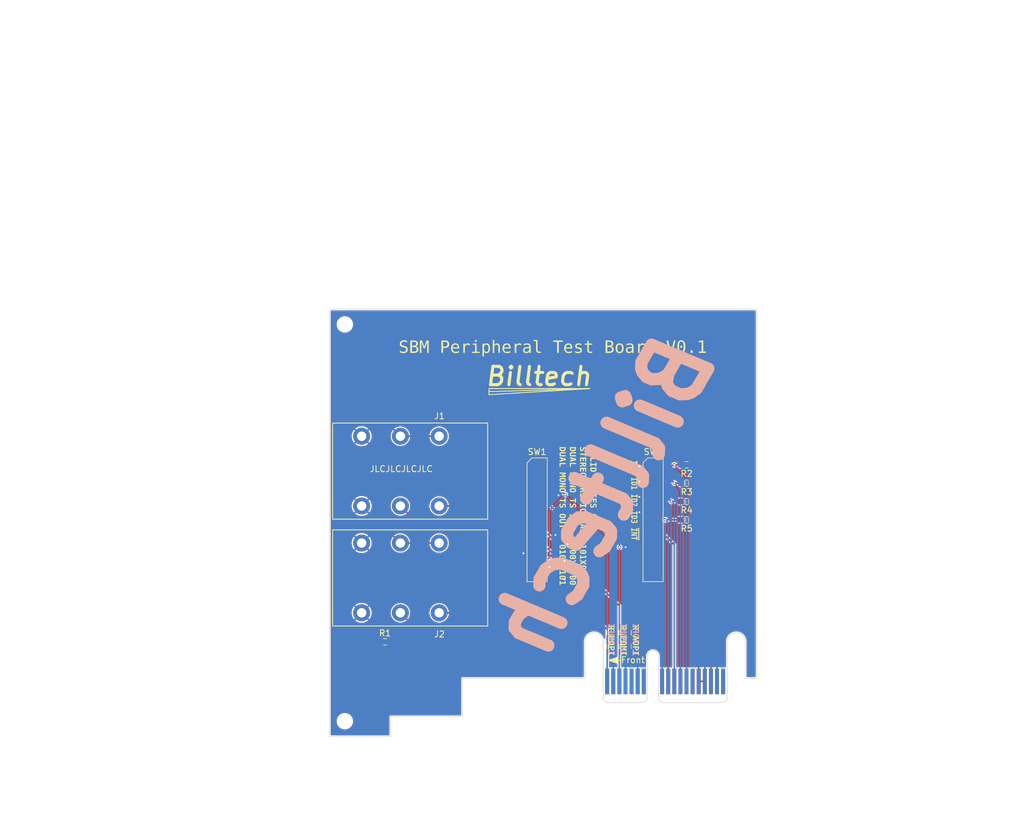
<source format=kicad_pcb>
(kicad_pcb (version 20221018) (generator pcbnew)
  (layers (0 "F.Cu" signal) (31 "B.Cu" signal) (34 "B.Paste" user) (35 "F.Paste" user) (36 "B.SilkS" user "B.Silkscreen") (37 "F.SilkS" user "F.Silkscreen") (38 "B.Mask" user) (39 "F.Mask" user) (44 "Edge.Cuts" user))
  (net 0 "")
  (net 1 "/R1")
  (net 2 "Net-(J1-PadRN)")
  (net 3 "GND")
  (net 4 "/T1")
  (net 5 "/R2")
  (net 6 "/T2")
  (net 11 "/ID0")
  (net 12 "/ID1")
  (net 13 "/ID2")
  (net 14 "/ID3")
  (net 17 "/L_POMI")
  (net 18 "/L_MOPI")
  (net 19 "/R_MOPI")
  (net 20 "/R_POMI")
  (net 25 "/~{INT}")
  (net 28 "/+5V")
  (footprint "silver-box-feetprints:1x8 solder bridge 1x1.5x0.3" (layer "F.Cu") (at 150.5 105 -90)
    (fp_text reference "SW2" (at -11.14 0) (layer "F.SilkS"))
    (fp_text value "SW_DIP_x08")
    (fp_line (start -10.14 -1.65) (end 10.14 -1.65) (stroke (width 0.12)) (layer "F.SilkS"))
    (fp_line (start -10.14 0.85) (end -10.14 -1.65) (stroke (width 0.12)) (layer "F.SilkS"))
    (fp_line (start -9.34 1.65) (end -10.14 0.85) (stroke (width 0.12)) (layer "F.SilkS"))
    (fp_line (start 10.14 -1.65) (end 10.14 1.65) (stroke (width 0.12)) (layer "F.SilkS"))
    (fp_line (start 10.14 1.65) (end -9.34 1.65) (stroke (width 0.12)) (layer "F.SilkS"))
    (pad "1" smd rect (at -8.89 0.65 270) (size 1.5 1) (layers "F.Cu" "F.Paste" "F.Mask") (net 3 "GND"))
    (pad "2" smd rect (at -6.35 0.65 270) (size 1.5 1) (layers "F.Cu" "F.Paste" "F.Mask") (net 3 "GND"))
    (pad "3" smd rect (at -3.81 0.65 270) (size 1.5 1) (layers "F.Cu" "F.Paste" "F.Mask") (net 3 "GND"))
    (pad "4" smd rect (at -1.27 0.65 270) (size 1.5 1) (layers "F.Cu" "F.Paste" "F.Mask") (net 3 "GND"))
    (pad "5" smd rect (at 1.27 0.65 270) (size 1.5 1) (layers "F.Cu" "F.Paste" "F.Mask") (net 3 "GND"))
    (pad "6" smd rect (at 3.81 0.65 270) (size 1.5 1) (layers "F.Cu" "F.Paste" "F.Mask"))
    (pad "7" smd rect (at 6.35 0.65 270) (size 1.5 1) (layers "F.Cu" "F.Paste" "F.Mask"))
    (pad "8" smd rect (at 8.89 0.65 270) (size 1.5 1) (layers "F.Cu" "F.Paste" "F.Mask"))
    (pad "9" smd rect (at 8.89 -0.65 270) (size 1.5 1) (layers "F.Cu" "F.Paste" "F.Mask"))
    (pad "10" smd rect (at 6.35 -0.65 270) (size 1.5 1) (layers "F.Cu" "F.Paste" "F.Mask"))
    (pad "11" smd rect (at 3.81 -0.65 270) (size 1.5 1) (layers "F.Cu" "F.Paste" "F.Mask"))
    (pad "12" smd rect (at 1.27 -0.65 270) (size 1.5 1) (layers "F.Cu" "F.Paste" "F.Mask") (net 25 "/~{INT}"))
    (pad "13" smd rect (at -1.27 -0.65 270) (size 1.5 1) (layers "F.Cu" "F.Paste" "F.Mask") (net 14 "/ID3"))
    (pad "14" smd rect (at -3.81 -0.65 270) (size 1.5 1) (layers "F.Cu" "F.Paste" "F.Mask") (net 13 "/ID2"))
    (pad "15" smd rect (at -6.35 -0.65 270) (size 1.5 1) (layers "F.Cu" "F.Paste" "F.Mask") (net 12 "/ID1"))
    (pad "16" smd rect (at -8.89 -0.65 270) (size 1.5 1) (layers "F.Cu" "F.Paste" "F.Mask") (net 11 "/ID0"))
  )
  (footprint "Resistor_SMD:R_0603_1608Metric_Pad0.98x0.95mm_HandSolder" (layer "F.Cu") (at 156 105 180)
    (fp_text reference "R5" (at 0 -1.43) (layer "F.SilkS"))
    (fp_text value "10k")
    (fp_line (start -0.254724 -0.5225) (end 0.254724 -0.5225) (stroke (width 0.12)) (layer "F.SilkS"))
    (fp_line (start -0.254724 0.5225) (end 0.254724 0.5225) (stroke (width 0.12)) (layer "F.SilkS"))
    (pad "1" smd roundrect (at -0.9125 0 180) (size 0.975 0.95) (layers "F.Cu" "F.Paste" "F.Mask") (net 28 "/+5V"))
    (pad "2" smd roundrect (at 0.9125 0 180) (size 0.975 0.95) (layers "F.Cu" "F.Paste" "F.Mask") (net 14 "/ID3"))
  )
  (footprint "silver-box-feetprints:1x8 solder bridge 1x1.5x0.3" (layer "F.Cu") (at 131.5 105 -90)
    (fp_text reference "SW1" (at -11.14 0) (layer "F.SilkS"))
    (fp_text value "SW_DIP_x08")
    (fp_line (start -10.14 -1.65) (end 10.14 -1.65) (stroke (width 0.12)) (layer "F.SilkS"))
    (fp_line (start -10.14 0.85) (end -10.14 -1.65) (stroke (width 0.12)) (layer "F.SilkS"))
    (fp_line (start -9.34 1.65) (end -10.14 0.85) (stroke (width 0.12)) (layer "F.SilkS"))
    (fp_line (start 10.14 -1.65) (end 10.14 1.65) (stroke (width 0.12)) (layer "F.SilkS"))
    (fp_line (start 10.14 1.65) (end -9.34 1.65) (stroke (width 0.12)) (layer "F.SilkS"))
    (pad "1" smd rect (at -8.89 0.65 270) (size 1.5 1) (layers "F.Cu" "F.Paste" "F.Mask") (net 4 "/T1"))
    (pad "2" smd rect (at -6.35 0.65 270) (size 1.5 1) (layers "F.Cu" "F.Paste" "F.Mask") (net 4 "/T1"))
    (pad "3" smd rect (at -3.81 0.65 270) (size 1.5 1) (layers "F.Cu" "F.Paste" "F.Mask") (net 1 "/R1"))
    (pad "4" smd rect (at -1.27 0.65 270) (size 1.5 1) (layers "F.Cu" "F.Paste" "F.Mask"))
    (pad "5" smd rect (at 1.27 0.65 270) (size 1.5 1) (layers "F.Cu" "F.Paste" "F.Mask") (net 6 "/T2"))
    (pad "6" smd rect (at 3.81 0.65 270) (size 1.5 1) (layers "F.Cu" "F.Paste" "F.Mask") (net 6 "/T2"))
    (pad "7" smd rect (at 6.35 0.65 270) (size 1.5 1) (layers "F.Cu" "F.Paste" "F.Mask") (net 6 "/T2"))
    (pad "8" smd rect (at 8.89 0.65 270) (size 1.5 1) (layers "F.Cu" "F.Paste" "F.Mask") (net 5 "/R2"))
    (pad "9" smd rect (at 8.89 -0.65 270) (size 1.5 1) (layers "F.Cu" "F.Paste" "F.Mask") (net 19 "/R_MOPI"))
    (pad "10" smd rect (at 6.35 -0.65 270) (size 1.5 1) (layers "F.Cu" "F.Paste" "F.Mask") (net 18 "/L_MOPI"))
    (pad "11" smd rect (at 3.81 -0.65 270) (size 1.5 1) (layers "F.Cu" "F.Paste" "F.Mask") (net 19 "/R_MOPI"))
    (pad "12" smd rect (at 1.27 -0.65 270) (size 1.5 1) (layers "F.Cu" "F.Paste" "F.Mask") (net 20 "/R_POMI"))
    (pad "13" smd rect (at -1.27 -0.65 270) (size 1.5 1) (layers "F.Cu" "F.Paste" "F.Mask"))
    (pad "14" smd rect (at -3.81 -0.65 270) (size 1.5 1) (layers "F.Cu" "F.Paste" "F.Mask") (net 20 "/R_POMI"))
    (pad "15" smd rect (at -6.35 -0.65 270) (size 1.5 1) (layers "F.Cu" "F.Paste" "F.Mask") (net 18 "/L_MOPI"))
    (pad "16" smd rect (at -8.89 -0.65 270) (size 1.5 1) (layers "F.Cu" "F.Paste" "F.Mask") (net 17 "/L_POMI"))
  )
  (footprint "silver-box-feetprints:ACJS-MHOM" (layer "F.Cu") (at 98 95.5 180)
    (fp_text reference "J1" (at -17.5 7.5) (layer "F.SilkS"))
    (fp_text value "Amphenol_ACJS-MHOM")
    (fp_rect (start -25.4 -9.398) (end 0 6.35) (stroke (width 0.15)) (fill none) (layer "F.SilkS"))
    (pad "R" thru_hole circle (at -11.0998 -7.239 180) (size 2.794 2.794) (drill 1.5494) (layers "*.Cu" "*.Mask") (net 1 "/R1"))
    (pad "RN" thru_hole circle (at -11.0998 4.191 180) (size 2.794 2.794) (drill 1.5494) (layers "*.Cu" "*.Mask") (net 2 "Net-(J1-PadRN)"))
    (pad "S" thru_hole circle (at -4.7498 -7.239 180) (size 2.794 2.794) (drill 1.5494) (layers "*.Cu" "*.Mask") (net 3 "GND"))
    (pad "SN" thru_hole circle (at -4.7498 4.191 180) (size 2.794 2.794) (drill 1.5494) (layers "*.Cu" "*.Mask") (net 3 "GND"))
    (pad "T" thru_hole circle (at -17.4498 -7.239 180) (size 2.794 2.794) (drill 1.5494) (layers "*.Cu" "*.Mask") (net 4 "/T1"))
    (pad "TN" thru_hole circle (at -17.4498 4.191 180) (size 2.794 2.794) (drill 1.5494) (layers "*.Cu" "*.Mask") (net 2 "Net-(J1-PadRN)"))
  )
  (footprint "silver-box-feetprints:ACJS-MHOM" (layer "F.Cu") (at 98 113 180)
    (fp_text reference "J2" (at -17.5 -10.75) (layer "F.SilkS"))
    (fp_text value "Amphenol_ACJS-MHOM")
    (fp_rect (start -25.4 -9.398) (end 0 6.35) (stroke (width 0.15)) (fill none) (layer "F.SilkS"))
    (pad "R" thru_hole circle (at -11.0998 -7.239 180) (size 2.794 2.794) (drill 1.5494) (layers "*.Cu" "*.Mask") (net 5 "/R2"))
    (pad "RN" thru_hole circle (at -11.0998 4.191 180) (size 2.794 2.794) (drill 1.5494) (layers "*.Cu" "*.Mask") (net 2 "Net-(J1-PadRN)"))
    (pad "S" thru_hole circle (at -4.7498 -7.239 180) (size 2.794 2.794) (drill 1.5494) (layers "*.Cu" "*.Mask") (net 3 "GND"))
    (pad "SN" thru_hole circle (at -4.7498 4.191 180) (size 2.794 2.794) (drill 1.5494) (layers "*.Cu" "*.Mask") (net 3 "GND"))
    (pad "T" thru_hole circle (at -17.4498 -7.239 180) (size 2.794 2.794) (drill 1.5494) (layers "*.Cu" "*.Mask") (net 6 "/T2"))
    (pad "TN" thru_hole circle (at -17.4498 4.191 180) (size 2.794 2.794) (drill 1.5494) (layers "*.Cu" "*.Mask") (net 2 "Net-(J1-PadRN)"))
  )
  (footprint "Resistor_SMD:R_0603_1608Metric_Pad0.98x0.95mm_HandSolder" (layer "F.Cu") (at 156 102 180)
    (fp_text reference "R4" (at 0 -1.43) (layer "F.SilkS"))
    (fp_text value "10k")
    (fp_line (start -0.254724 -0.5225) (end 0.254724 -0.5225) (stroke (width 0.12)) (layer "F.SilkS"))
    (fp_line (start -0.254724 0.5225) (end 0.254724 0.5225) (stroke (width 0.12)) (layer "F.SilkS"))
    (pad "1" smd roundrect (at -0.9125 0 180) (size 0.975 0.95) (layers "F.Cu" "F.Paste" "F.Mask") (net 28 "/+5V"))
    (pad "2" smd roundrect (at 0.9125 0 180) (size 0.975 0.95) (layers "F.Cu" "F.Paste" "F.Mask") (net 13 "/ID2"))
  )
  (footprint "MountingHole:MountingHole_2.2mm_M2" (layer "F.Cu") (at 100 73)
    (fp_text reference "REF**" hide)
    (fp_text value "MountingHole_2.2mm_M2")
    (pad "" np_thru_hole circle (at 0 0) (size 2.2 2.2) (drill 2.2) (layers "*.Cu" "*.Mask"))
  )
  (footprint "Resistor_SMD:R_0603_1608Metric_Pad0.98x0.95mm_HandSolder" (layer "F.Cu") (at 156 96 180)
    (fp_text reference "R2" (at 0 -1.43) (layer "F.SilkS"))
    (fp_text value "10k")
    (fp_line (start -0.254724 -0.5225) (end 0.254724 -0.5225) (stroke (width 0.12)) (layer "F.SilkS"))
    (fp_line (start -0.254724 0.5225) (end 0.254724 0.5225) (stroke (width 0.12)) (layer "F.SilkS"))
    (pad "1" smd roundrect (at -0.9125 0 180) (size 0.975 0.95) (layers "F.Cu" "F.Paste" "F.Mask") (net 28 "/+5V"))
    (pad "2" smd roundrect (at 0.9125 0 180) (size 0.975 0.95) (layers "F.Cu" "F.Paste" "F.Mask") (net 11 "/ID0"))
  )
  (footprint "Resistor_SMD:R_0603_1608Metric_Pad0.98x0.95mm_HandSolder" (layer "F.Cu") (at 106.5875 125)
    (fp_text reference "R1" (at 0 -1.43) (layer "F.SilkS"))
    (fp_text value "10k")
    (fp_line (start -0.254724 -0.5225) (end 0.254724 -0.5225) (stroke (width 0.12)) (layer "F.SilkS"))
    (fp_line (start -0.254724 0.5225) (end 0.254724 0.5225) (stroke (width 0.12)) (layer "F.SilkS"))
    (pad "1" smd roundrect (at -0.9125 0) (size 0.975 0.95) (layers "F.Cu" "F.Paste" "F.Mask") (net 2 "Net-(J1-PadRN)"))
    (pad "2" smd roundrect (at 0.9125 0) (size 0.975 0.95) (layers "F.Cu" "F.Paste" "F.Mask") (net 3 "GND"))
  )
  (footprint "silver-box-feetprints:Billtech" (layer "F.Cu") (at 132.5 81.75)
    (fp_text reference "LOGO" hide)
    (fp_text value "Billtech" hide)
    (fp_text user "Billtech" (at -0.75 -0.25) (layer "F.SilkS") (effects (font (size 3 3) (thickness 0.5) italic)))
    (fp_line (start -8.88 1.75) (end 7.62 1.75) (stroke (width 0.15)) (layer "F.SilkS"))
    (fp_line (start -8.88 2.25) (end 7.62 1.75) (stroke (width 0.15)) (layer "F.SilkS"))
    (fp_line (start -8.88 2.75) (end -8.88 1.75) (stroke (width 0.15)) (layer "F.SilkS"))
    (fp_line (start 7.62 1.75) (end -8.88 2.75) (stroke (width 0.15)) (layer "F.SilkS"))
  )
  (footprint "MountingHole:MountingHole_2.2mm_M2" (layer "F.Cu") (at 100 138)
    (fp_text reference "REF**" hide)
    (fp_text value "MountingHole_2.2mm_M2")
    (pad "" np_thru_hole circle (at 0 0) (size 2.2 2.2) (drill 2.2) (layers "*.Cu" "*.Mask"))
  )
  (footprint "silver-box-feetprints:Card Edge board Amphenol 10061913-100PLF" (layer "F.Cu") (at 145.925 134.97)
    (fp_text reference "P1" hide)
    (fp_text value "Amphenol_10061913-xx0")
    (fp_text user "Front" (at 1.27 -7 unlocked) (layer "F.SilkS"))
    (fp_line (start -0.762 -6.95) (end -2.012 -6.95) (stroke (width 0.12)) (layer "F.SilkS"))
    (fp_poly (pts (xy -2.794 -6.95) (xy -1.294 -6.45) (xy -1.294 -7.45)) (stroke (width 0.12)) (fill solid) (layer "F.SilkS"))
    (fp_line (start -6.6 -4) (end -6.6 -10) (stroke (width 0.1)) (layer "Edge.Cuts"))
    (fp_line (start -3.6 -10) (end -3.6 -0.5) (stroke (width 0.1)) (layer "Edge.Cuts"))
    (fp_line (start -3.6 -0.5) (end -3.1 0) (stroke (width 0.1)) (layer "Edge.Cuts"))
    (fp_line (start -3.1 0) (end 3.1 0) (stroke (width 0.1)) (layer "Edge.Cuts"))
    (fp_line (start 3.6 -0.5) (end 3.1 0) (stroke (width 0.1)) (layer "Edge.Cuts"))
    (fp_line (start 3.6 -0.5) (end 3.6 -7.6) (stroke (width 0.1)) (layer "Edge.Cuts"))
    (fp_line (start 5.5 -7.6) (end 5.5 -0.5) (stroke (width 0.1)) (layer "Edge.Cuts"))
    (fp_line (start 5.5 -0.5) (end 6 0) (stroke (width 0.1)) (layer "Edge.Cuts"))
    (fp_line (start 6 0) (end 16.2 0) (stroke (width 0.1)) (layer "Edge.Cuts"))
    (fp_line (start 16.2 0) (end 16.7 -0.5) (stroke (width 0.1)) (layer "Edge.Cuts"))
    (fp_line (start 16.7 -0.5) (end 16.7 -10) (stroke (width 0.1)) (layer "Edge.Cuts"))
    (fp_line (start 19.7 -10) (end 19.7 -4) (stroke (width 0.1)) (layer "Edge.Cuts"))
    (fp_arc (start -6.6 -10) (mid -5.1 -11.5) (end -3.6 -10) (stroke (width 0.1)) (layer "Edge.Cuts"))
    (fp_arc (start 3.6 -7.6) (mid 4.55 -8.55) (end 5.5 -7.6) (stroke (width 0.1)) (layer "Edge.Cuts"))
    (fp_arc (start 16.7 -10) (mid 18.2 -11.5) (end 19.7 -10) (stroke (width 0.1)) (layer "Edge.Cuts"))
    (pad "1" smd rect (at 16.05 -3.5) (size 0.65 4.2) (layers "B.Cu" "B.Mask"))
    (pad "2" smd rect (at 15.05 -3.5) (size 0.65 4.2) (layers "B.Cu" "B.Mask") (net 3 "GND"))
    (pad "3" smd rect (at 14.05 -3.5) (size 0.65 4.2) (layers "B.Cu" "B.Mask"))
    (pad "4" smd rect (at 13.05 -3.5) (size 0.65 4.2) (layers "B.Cu" "B.Mask") (net 3 "GND"))
    (pad "5" smd rect (at 12.05 -3.5) (size 0.65 4.2) (layers "B.Cu" "B.Mask"))
    (pad "6" smd rect (at 11.05 -3.5) (size 0.65 4.2) (layers "B.Cu" "B.Mask"))
    (pad "7" smd rect (at 10.05 -3.5) (size 0.65 4.2) (layers "B.Cu" "B.Mask") (net 11 "/ID0"))
    (pad "8" smd rect (at 9.05 -3.5) (size 0.65 4.2) (layers "B.Cu" "B.Mask") (net 12 "/ID1"))
    (pad "9" smd rect (at 8.05 -3.5) (size 0.65 4.2) (layers "B.Cu" "B.Mask") (net 13 "/ID2"))
    (pad "10" smd rect (at 7.05 -3.5) (size 0.65 4.2) (layers "B.Cu" "B.Mask") (net 14 "/ID3"))
    (pad "11" smd rect (at 6.05 -3.5) (size 0.65 4.2) (layers "B.Cu" "B.Mask") (net 3 "GND"))
    (pad "12" smd rect (at 3.05 -3.5) (size 0.65 4.2) (layers "B.Cu" "B.Mask"))
    (pad "13" smd rect (at 2.05 -3.5) (size 0.65 4.2) (layers "B.Cu" "B.Mask") (net 3 "GND"))
    (pad "14" smd rect (at 1.05 -3.5) (size 0.65 4.2) (layers "B.Cu" "B.Mask"))
    (pad "15" smd rect (at 0.05 -3.5) (size 0.65 4.2) (layers "B.Cu" "B.Mask") (net 3 "GND"))
    (pad "16" smd rect (at -0.95 -3.5) (size 0.65 4.2) (layers "B.Cu" "B.Mask") (net 17 "/L_POMI"))
    (pad "17" smd rect (at -1.95 -3.5) (size 0.65 4.2) (layers "B.Cu" "B.Mask") (net 3 "GND"))
    (pad "18" smd rect (at -2.95 -3.5) (size 0.65 4.2) (layers "B.Cu" "B.Mask") (net 18 "/L_MOPI"))
    (pad "19" smd rect (at -2.95 -3.5) (size 0.65 4.2) (layers "F.Cu" "F.Mask") (net 19 "/R_MOPI"))
    (pad "20" smd rect (at -1.95 -3.5) (size 0.65 4.2) (layers "F.Cu" "F.Mask") (net 3 "GND"))
    (pad "21" smd rect (at -0.95 -3.5) (size 0.65 4.2) (layers "F.Cu" "F.Mask") (net 20 "/R_POMI"))
    (pad "22" smd rect (at 0.05 -3.5) (size 0.65 4.2) (layers "F.Cu" "F.Mask") (net 3 "GND"))
    (pad "23" smd rect (at 1.05 -3.5) (size 0.65 4.2) (layers "F.Cu" "F.Mask"))
    (pad "24" smd rect (at 2.05 -3.5) (size 0.65 4.2) (layers "F.Cu" "F.Mask") (net 3 "GND"))
    (pad "25" smd rect (at 3.05 -3.5) (size 0.65 4.2) (layers "F.Cu" "F.Mask"))
    (pad "26" smd rect (at 6.05 -3.5) (size 0.65 4.2) (layers "F.Cu" "F.Mask"))
    (pad "27" smd rect (at 7.05 -3.5) (size 0.65 4.2) (layers "F.Cu" "F.Mask"))
    (pad "28" smd rect (at 8.05 -3.5) (size 0.65 4.2) (layers "F.Cu" "F.Mask") (net 25 "/~{INT}"))
    (pad "29" smd rect (at 9.05 -3.5) (size 0.65 4.2) (layers "F.Cu" "F.Mask") (net 3 "GND"))
    (pad "30" smd rect (at 10.05 -3.5) (size 0.65 4.2) (layers "F.Cu" "F.Mask"))
    (pad "31" smd rect (at 11.05 -3.5) (size 0.65 4.2) (layers "F.Cu" "F.Mask"))
    (pad "32" smd rect (at 12.05 -3.5) (size 0.65 4.2) (layers "F.Cu" "F.Mask") (net 3 "GND"))
    (pad "33" smd rect (at 13.05 -3.5) (size 0.65 4.2) (layers "F.Cu" "F.Mask") (net 3 "GND"))
    (pad "34" smd rect (at 14.05 -3.5) (size 0.65 4.2) (layers "F.Cu" "F.Mask") (net 28 "/+5V"))
    (pad "35" smd rect (at 15.05 -3.5) (size 0.65 4.2) (layers "F.Cu" "F.Mask") (net 3 "GND"))
    (pad "36" smd rect (at 16.05 -3.5) (size 0.65 4.2) (layers "F.Cu" "F.Mask"))
  )
  (footprint "Resistor_SMD:R_0603_1608Metric_Pad0.98x0.95mm_HandSolder" (layer "F.Cu") (at 156 99 180)
    (fp_text reference "R3" (at 0 -1.43) (layer "F.SilkS"))
    (fp_text value "10k")
    (fp_line (start -0.254724 -0.5225) (end 0.254724 -0.5225) (stroke (width 0.12)) (layer "F.SilkS"))
    (fp_line (start -0.254724 0.5225) (end 0.254724 0.5225) (stroke (width 0.12)) (layer "F.SilkS"))
    (pad "1" smd roundrect (at -0.9125 0 180) (size 0.975 0.95) (layers "F.Cu" "F.Paste" "F.Mask") (net 28 "/+5V"))
    (pad "2" smd roundrect (at 0.9125 0 180) (size 0.975 0.95) (layers "F.Cu" "F.Paste" "F.Mask") (net 12 "/ID1"))
  )
  (gr_line (start 167.5 130.97) (end 167.5 70.5) (stroke (width 0.1)) (layer "Edge.Cuts"))
  (gr_line (start 97.5 140.5) (end 97.5 70.5) (stroke (width 0.1)) (layer "Edge.Cuts"))
  (gr_line (start 107.5 140.5) (end 97.5 140.5) (stroke (width 0.1)) (layer "Edge.Cuts"))
  (gr_line (start 97.5 70.5) (end 167.5 70.5) (stroke (width 0.1)) (layer "Edge.Cuts"))
  (gr_line (start 119.25 130.97) (end 119.25 137.25) (stroke (width 0.1)) (layer "Edge.Cuts"))
  (gr_line (start 167.5 130.97) (end 165.625 130.97) (stroke (width 0.1)) (layer "Edge.Cuts"))
  (gr_line (start 107.5 140.5) (end 107.5 137.25) (stroke (width 0.1)) (layer "Edge.Cuts"))
  (gr_line (start 139.325 130.97) (end 119.25 130.97) (stroke (width 0.1)) (layer "Edge.Cuts"))
  (gr_line (start 107.5 137.25) (end 119.25 137.25) (stroke (width 0.1)) (layer "Edge.Cuts"))
  (gr_text "Billtech" (at 162.5 77.75 60) (layer "B.SilkS") (effects (font (size 10 10) (thickness 2) bold italic) (justify left bottom mirror)))
  (gr_text "L_MOPI" (at 143 127 270) (layer "B.SilkS") (effects (font (size 1 1) (thickness 0.2) bold) (justify left bottom mirror)))
  (gr_text "L_POMI" (at 145 127 270) (layer "B.SilkS") (effects (font (size 1 1) (thickness 0.2) bold) (justify left bottom mirror)))
  (gr_text "L_AOPI" (at 147 127 270) (layer "B.SilkS") (effects (font (size 1 1) (thickness 0.2) bold) (justify left bottom mirror)))
  (gr_text "R_POMI" (at 145 122.25 270) (layer "F.SilkS") (effects (font (size 1 1) (thickness 0.2) bold) (justify left bottom)))
  (gr_text "R_MOPI" (at 143 122.25 270) (layer "F.SilkS") (effects (font (size 1 1) (thickness 0.2) bold) (justify left bottom)))
  (gr_text "SBM Peripheral Test Board V0.1" (at 108.803706 78) (layer "F.SilkS") (effects (font (size 2 2)) (justify left bottom)))
  (gr_text "VALID STATES SW1\nSTEREO TRS IO PAIR 101X0011\nDUAL MONO TS IN    100X1000\nDUAL MONO TS OUT   010X0101" (at 135 93 270) (layer "F.SilkS") (effects (font (size 1 1) (thickness 0.24) bold) (justify left bottom)))
  (gr_text "ID0 ID1 ID2 ID3 ~{INT}" (at 146.75 95.25 270) (layer "F.SilkS") (effects (font (size 1 0.82) (thickness 0.164) bold) (justify left bottom)))
  (gr_text "R_AOPI" (at 147 122.25 270) (layer "F.SilkS") (effects (font (size 1 1) (thickness 0.2) bold) (justify left bottom)))
  (gr_text "JLCJLCJLCJLC" (at 104 97.25) (layer "F.SilkS") (effects (font (size 1 1)) (justify left bottom)))
  (segment (start 126.79 105.25) (end 130.85 101.19) (width 0.25) (layer "F.Cu") (net 1))
  (segment (start 111.6108 105.25) (end 126.79 105.25) (width 0.25) (layer "F.Cu") (net 1))
  (segment (start 109.0998 102.739) (end 111.6108 105.25) (width 0.25) (layer "F.Cu") (net 1))
  (segment (start 102.25 125) (end 105.675 125) (width 0.25) (layer "F.Cu") (net 2))
  (segment (start 100.25 106) (end 100.5 105.75) (width 0.25) (layer "F.Cu") (net 2))
  (segment (start 100.25 106) (end 100.25 123) (width 0.25) (layer "F.Cu") (net 2))
  (segment (start 100.25 105.75) (end 100.25 106) (width 0.25) (layer "F.Cu") (net 2))
  (segment (start 106.0408 105.75) (end 100.5 105.75) (width 0.25) (layer "F.Cu") (net 2))
  (segment (start 100.25 123) (end 102.25 125) (width 0.25) (layer "F.Cu") (net 2))
  (segment (start 101.75 88.5) (end 100.25 90) (width 0.25) (layer "F.Cu") (net 2))
  (segment (start 100.25 105.5) (end 100.25 105.75) (width 0.25) (layer "F.Cu") (net 2))
  (segment (start 109.0998 108.809) (end 106.0408 105.75) (width 0.25) (layer "F.Cu") (net 2))
  (segment (start 109.0998 91.309) (end 106.2908 88.5) (width 0.25) (layer "F.Cu") (net 2))
  (segment (start 100.25 90) (end 100.25 105.5) (width 0.25) (layer "F.Cu") (net 2))
  (segment (start 100.5 105.75) (end 100.25 105.5) (width 0.25) (layer "F.Cu") (net 2))
  (segment (start 106.2908 88.5) (end 101.75 88.5) (width 0.25) (layer "F.Cu") (net 2))
  (segment (start 100.5 105.75) (end 100.25 105.75) (width 0.25) (layer "F.Cu") (net 2))
  (segment (start 115.4498 108.809) (end 109.0998 108.809) (width 0.25) (layer "F.Cu") (net 2))
  (segment (start 115.4498 91.309) (end 109.0998 91.309) (width 0.25) (layer "F.Cu") (net 2))
  (via (at 148.25 103.75) (size 0.56) (drill 0.3) (layers "F.Cu" "B.Cu") (net 3))
  (via (at 146 109.5) (size 0.56) (drill 0.3) (layers "F.Cu" "B.Cu") (net 3))
  (via (at 129.25 110.5) (size 0.56) (drill 0.3) (layers "F.Cu" "B.Cu") (net 3))
  (via (at 148.25 101.25) (size 0.56) (drill 0.3) (layers "F.Cu" "B.Cu") (net 3))
  (via (at 133.5 112.75) (size 0.56) (drill 0.3) (layers "F.Cu" "B.Cu") (net 3))
  (via (at 136 111.75) (size 0.56) (drill 0.3) (layers "F.Cu" "B.Cu") (net 3))
  (via (at 134.5 107.5) (size 0.56) (drill 0.3) (layers "F.Cu" "B.Cu") (net 3))
  (via (at 136 114.75) (size 0.56) (drill 0.3) (layers "F.Cu" "B.Cu") (net 3))
  (via (at 136.5 109) (size 0.56) (drill 0.3) (layers "F.Cu" "B.Cu") (net 3))
  (via (at 135 101) (size 0.56) (drill 0.3) (layers "F.Cu" "B.Cu") (net 3))
  (via (at 148.25 98.75) (size 0.56) (drill 0.3) (layers "F.Cu" "B.Cu") (net 3))
  (via (at 148.25 96.25) (size 0.56) (drill 0.3) (layers "F.Cu" "B.Cu") (net 3))
  (segment (start 126.761 102.739) (end 130.85 98.65) (width 0.25) (layer "F.Cu") (net 4))
  (segment (start 115.4498 102.739) (end 126.761 102.739) (width 0.25) (layer "F.Cu") (net 4))
  (segment (start 130.85 96.11) (end 130.85 98.65) (width 0.25) (layer "F.Cu") (net 4))
  (segment (start 120.5 122.75) (end 129.36 113.89) (width 0.25) (layer "F.Cu") (net 5))
  (segment (start 111.6108 122.75) (end 120.5 122.75) (width 0.25) (layer "F.Cu") (net 5))
  (segment (start 129.36 113.89) (end 130.85 113.89) (width 0.25) (layer "F.Cu") (net 5))
  (segment (start 109.0998 120.239) (end 111.6108 122.75) (width 0.25) (layer "F.Cu") (net 5))
  (segment (start 115.4498 120.239) (end 121.011 120.239) (width 0.25) (layer "F.Cu") (net 6))
  (segment (start 129.9 111.35) (end 130.85 111.35) (width 0.25) (layer "F.Cu") (net 6))
  (segment (start 121.011 120.239) (end 129.9 111.35) (width 0.25) (layer "F.Cu") (net 6))
  (segment (start 130.85 111.35) (end 130.85 106.27) (width 0.25) (layer "F.Cu") (net 6))
  (segment (start 153.89 96.11) (end 151.15 96.11) (width 0.25) (layer "F.Cu") (net 11))
  (segment (start 154 96) (end 155.0875 96) (width 0.25) (layer "F.Cu") (net 11))
  (segment (start 154 96) (end 153.89 96.11) (width 0.25) (layer "F.Cu") (net 11))
  (via (at 154 96) (size 0.56) (drill 0.3) (layers "F.Cu" "B.Cu") (net 11))
  (segment (start 155.975 97.975) (end 154 96) (width 0.25) (layer "B.Cu") (net 11))
  (segment (start 155.975 131.47) (end 155.975 97.975) (width 0.25) (layer "B.Cu") (net 11))
  (segment (start 154 99) (end 153.65 98.65) (width 0.25) (layer "F.Cu") (net 12))
  (segment (start 154 99) (end 155.0875 99) (width 0.25) (layer "F.Cu") (net 12))
  (segment (start 153.65 98.65) (end 151.15 98.65) (width 0.25) (layer "F.Cu") (net 12))
  (via (at 154 99) (size 0.56) (drill 0.3) (layers "F.Cu" "B.Cu") (net 12))
  (segment (start 154.975 131.47) (end 154.975 99.975) (width 0.25) (layer "B.Cu") (net 12))
  (segment (start 154.975 99.975) (end 154 99) (width 0.25) (layer "B.Cu") (net 12))
  (segment (start 152.69 101.19) (end 153.5 102) (width 0.25) (layer "F.Cu") (net 13))
  (segment (start 151.15 101.19) (end 152.69 101.19) (width 0.25) (layer "F.Cu") (net 13))
  (segment (start 155.0875 102) (end 153.5 102) (width 0.25) (layer "F.Cu") (net 13))
  (via (at 153.5 102) (size 0.56) (drill 0.3) (layers "F.Cu" "B.Cu") (net 13))
  (segment (start 153.975 131.47) (end 153.975 102.475) (width 0.25) (layer "B.Cu") (net 13))
  (segment (start 153.975 102.475) (end 153.5 102) (width 0.25) (layer "B.Cu") (net 13))
  (segment (start 152.42 105) (end 152.5 105) (width 0.25) (layer "F.Cu") (net 14))
  (segment (start 151.15 103.73) (end 152.42 105) (width 0.25) (layer "F.Cu") (net 14))
  (segment (start 155.0875 105) (end 152.5 105) (width 0.25) (layer "F.Cu") (net 14))
  (via (at 152.5 105) (size 0.56) (drill 0.3) (layers "F.Cu" "B.Cu") (net 14))
  (segment (start 152.975 131.47) (end 152.975 105.475) (width 0.25) (layer "B.Cu") (net 14))
  (segment (start 152.975 105.475) (end 152.5 105) (width 0.25) (layer "B.Cu") (net 14))
  (segment (start 132.15 96.11) (end 134.13 96.11) (width 0.25) (layer "F.Cu") (net 17))
  (segment (start 145 106.98) (end 145 109.5) (width 0.25) (layer "F.Cu") (net 17))
  (segment (start 134.13 96.11) (end 145 106.98) (width 0.25) (layer "F.Cu") (net 17))
  (via (at 145 109.5) (size 0.56) (drill 0.3) (layers "F.Cu" "B.Cu") (net 17))
  (segment (start 144.975 131.47) (end 144.975 109.525) (width 0.25) (layer "B.Cu") (net 17))
  (segment (start 144.975 109.525) (end 145 109.5) (width 0.25) (layer "B.Cu") (net 17))
  (segment (start 133.35 111.35) (end 133.5 111.5) (width 0.25) (layer "F.Cu") (net 18))
  (segment (start 132.15 111.35) (end 133.35 111.35) (width 0.25) (layer "F.Cu") (net 18))
  (segment (start 132.15 98.65) (end 133.891676 98.65) (width 0.25) (layer "F.Cu") (net 18))
  (segment (start 133.891676 98.65) (end 136.120838 100.879162) (width 0.25) (layer "F.Cu") (net 18))
  (via (at 136.120838 100.879162) (size 0.56) (drill 0.3) (layers "F.Cu" "B.Cu") (net 18))
  (via (at 133.5 111.5) (size 0.56) (drill 0.3) (layers "F.Cu" "B.Cu") (net 18))
  (segment (start 133.5 111.5) (end 133.5 103.5) (width 0.25) (layer "B.Cu") (net 18))
  (segment (start 142.975 131.47) (end 142.975 107.733324) (width 0.25) (layer "B.Cu") (net 18))
  (segment (start 142.975 107.733324) (end 136.120838 100.879162) (width 0.25) (layer "B.Cu") (net 18))
  (segment (start 133.5 103.5) (end 136.120838 100.879162) (width 0.25) (layer "B.Cu") (net 18))
  (segment (start 132.15 113.89) (end 133.89 113.89) (width 0.25) (layer "F.Cu") (net 19))
  (segment (start 143 123) (end 143 131.445) (width 0.25) (layer "F.Cu") (net 19))
  (segment (start 134.625 114.625) (end 135.25 115.25) (width 0.25) (layer "F.Cu") (net 19))
  (segment (start 135.25 115.25) (end 143 123) (width 0.25) (layer "F.Cu") (net 19))
  (segment (start 143 131.445) (end 142.975 131.47) (width 0.25) (layer "F.Cu") (net 19))
  (segment (start 135 114.75) (end 135 115) (width 0.25) (layer "F.Cu") (net 19))
  (segment (start 134.625 114.625) (end 134.875 114.625) (width 0.25) (layer "F.Cu") (net 19))
  (segment (start 135 111.5) (end 135 114.75) (width 0.25) (layer "F.Cu") (net 19))
  (segment (start 134.875 114.625) (end 135 114.75) (width 0.25) (layer "F.Cu") (net 19))
  (segment (start 133.89 113.89) (end 134.625 114.625) (width 0.25) (layer "F.Cu") (net 19))
  (segment (start 132.15 108.81) (end 132.31 108.81) (width 0.25) (layer "F.Cu") (net 19))
  (segment (start 132.31 108.81) (end 135 111.5) (width 0.25) (layer "F.Cu") (net 19))
  (segment (start 135 115) (end 135.25 115.25) (width 0.25) (layer "F.Cu") (net 19))
  (segment (start 135.5 109.5) (end 135.44 109.56) (width 0.25) (layer "F.Cu") (net 20))
  (segment (start 135.5 104.54) (end 135.5 109.5) (width 0.25) (layer "F.Cu") (net 20))
  (segment (start 132.15 106.27) (end 135.44 109.56) (width 0.25) (layer "F.Cu") (net 20))
  (segment (start 144.975 119.095) (end 144.975 131.47) (width 0.25) (layer "F.Cu") (net 20))
  (segment (start 135.44 109.56) (end 144.975 119.095) (width 0.25) (layer "F.Cu") (net 20))
  (segment (start 132.15 101.19) (end 135.5 104.54) (width 0.25) (layer "F.Cu") (net 20))
  (segment (start 153.975 131.47) (end 153.975 109.095) (width 0.25) (layer "F.Cu") (net 25))
  (segment (start 153.975 109.095) (end 151.15 106.27) (width 0.25) (layer "F.Cu") (net 25))
  (segment (start 156.9125 102) (end 156.9125 105) (width 0.25) (layer "F.Cu") (net 28))
  (segment (start 159.975 108.0625) (end 159.975 131.47) (width 0.25) (layer "F.Cu") (net 28))
  (segment (start 156.9125 105) (end 159.975 108.0625) (width 0.25) (layer "F.Cu") (net 28))
  (segment (start 156.9125 99) (end 156.9125 102) (width 0.25) (layer "F.Cu") (net 28))
  (segment (start 156.9125 96) (end 156.9125 99) (width 0.25) (layer "F.Cu") (net 28))
  (zone (net 0) (net_name "") (layers "F&B.Cu") (connect_pads (clearance 0)) (min_thickness 0.25)
    (keepout (tracks allowed) (vias allowed) (pads allowed) (copperpour not_allowed) (footprints allowed))
    (fill (thermal_gap 0.5) (thermal_bridge_width 0.5))
    (polygon (pts (xy 142.25 133.25) (xy 162.75 133.25) (xy 162.75 135.25) (xy 142.25 135.25)))
  )
  (zone (net 3) (net_name "GND") (layers "F&B.Cu") (connect_pads (clearance 0.2)) (min_thickness 0.25) (fill yes (thermal_gap 0.25) (thermal_bridge_width 0.25))
    (polygon (pts (xy 94.75 67.75) (xy 94.75 142.75) (xy 169.75 142.75) (xy 169.75 67.75)))
  )
)
</source>
